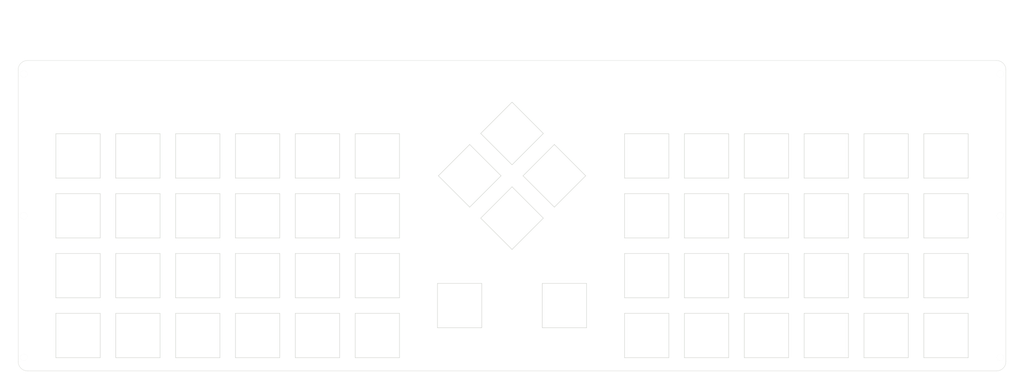
<source format=kicad_pcb>
(kicad_pcb (version 20211014) (generator pcbnew)
  (layers (0 "F.Cu" signal) (31 "B.Cu" signal) (34 "B.Paste" user) (35 "F.Paste" user) (36 "B.SilkS" user "B.Silkscreen") (37 "F.SilkS" user "F.Silkscreen") (38 "B.Mask" user) (39 "F.Mask" user) (44 "Edge.Cuts" user))
  (net 0 "")
  (footprint "kbd_Hole:m2_Screw_Hole_EdgeCuts" (layer "F.Cu") (at 16.075 21.55)
    (fp_text reference "J2" hide)
    (fp_text value "Conn_01x01" hide)
    (fp_circle (center 0 0) (end 1.1 0) (layer "Edge.Cuts") (width 0.01) (fill none))
  )
  (footprint "kbd_Hole:m2_Screw_Hole_EdgeCuts" (layer "F.Cu") (at 16.075 66.65)
    (fp_text reference "J3" hide)
    (fp_text value "Conn_01x01" hide)
    (fp_circle (center 0 0) (end 1.1 0) (layer "Edge.Cuts") (width 0.01) (fill none))
  )
  (footprint "kbd_Hole:m2_Screw_Hole_EdgeCuts" (layer "F.Cu") (at 16.075 111.75)
    (fp_text reference "J4" hide)
    (fp_text value "Conn_01x01" hide)
    (fp_circle (center 0 0) (end 1.1 0) (layer "Edge.Cuts") (width 0.01) (fill none))
  )
  (footprint "kbd_Hole:m2_Screw_Hole_EdgeCuts" (layer "F.Cu") (at 326.825 21.55)
    (fp_text reference "J5" hide)
    (fp_text value "Conn_01x01" hide)
    (fp_circle (center 0 0) (end 1.1 0) (layer "Edge.Cuts") (width 0.01) (fill none))
  )
  (footprint "kbd_Hole:m2_Screw_Hole_EdgeCuts" (layer "F.Cu") (at 326.825 66.65)
    (fp_text reference "J6" hide)
    (fp_text value "Conn_01x01" hide)
    (fp_circle (center 0 0) (end 1.1 0) (layer "Edge.Cuts") (width 0.01) (fill none))
  )
  (footprint "kbd_Hole:m2_Screw_Hole_EdgeCuts" (layer "F.Cu") (at 326.825 111.75)
    (fp_text reference "J7" hide)
    (fp_text value "Conn_01x01" hide)
    (fp_circle (center 0 0) (end 1.1 0) (layer "Edge.Cuts") (width 0.01) (fill none))
  )
  (footprint "kbd_Hole:m2_Screw_Hole_Fab" (layer "F.Cu") (at 11.075 13.05)
    (fp_text reference "J8" hide)
    (fp_text value "Conn_01x01" hide)
  )
  (footprint "kbd_Hole:m2_Screw_Hole_Fab" (layer "F.Cu") (at 11.075 66.65)
    (fp_text reference "J9" hide)
    (fp_text value "Conn_01x01" hide)
  )
  (footprint "kbd_Hole:m2_Screw_Hole_Fab" (layer "F.Cu") (at 11.075 120.25)
    (fp_text reference "J10" hide)
    (fp_text value "Conn_01x01" hide)
  )
  (footprint "kbd_Hole:m2_Screw_Hole_Fab" (layer "F.Cu") (at 108.575 13.05)
    (fp_text reference "J11" hide)
    (fp_text value "Conn_01x01" hide)
  )
  (footprint "kbd_Hole:m2_Screw_Hole_Fab" (layer "F.Cu") (at 234.325 13.05)
    (fp_text reference "J12" hide)
    (fp_text value "Conn_01x01" hide)
  )
  (footprint "kbd_Hole:m2_Screw_Hole_Fab" (layer "F.Cu") (at 108.575 120.25)
    (fp_text reference "J13" hide)
    (fp_text value "Conn_01x01" hide)
  )
  (footprint "kbd_Hole:m2_Screw_Hole_Fab" (layer "F.Cu") (at 234.325 120.25)
    (fp_text reference "J14" hide)
    (fp_text value "Conn_01x01" hide)
  )
  (footprint "kbd_Hole:m2_Screw_Hole_Fab" (layer "F.Cu") (at 331.825 13.05)
    (fp_text reference "J15" hide)
    (fp_text value "Conn_01x01" hide)
  )
  (footprint "kbd_Hole:m2_Screw_Hole_Fab" (layer "F.Cu") (at 331.825 66.65)
    (fp_text reference "J16" hide)
    (fp_text value "Conn_01x01" hide)
  )
  (footprint "kbd_Hole:m2_Screw_Hole_Fab" (layer "F.Cu") (at 331.825 120.25)
    (fp_text reference "J17" hide)
    (fp_text value "Conn_01x01" hide)
  )
  (footprint "kbd_SW_Hole:SW_Hole_1u" (layer "F.Cu") (at 252.4125 47.625)
    (fp_text reference "SW36" hide)
    (fp_text value "SW_PUSH" hide)
    (fp_line (start 7.05 -7.05) (end 7.05 7.05) (layer "Edge.Cuts") (width 0.15))
    (fp_line (start -7.05 7.05) (end -7.05 -7.05) (layer "Edge.Cuts") (width 0.15))
    (fp_line (start 7.05 7.05) (end -7.05 7.05) (layer "Edge.Cuts") (width 0.15))
    (fp_line (start -7.05 -7.05) (end 7.05 -7.05) (layer "Edge.Cuts") (width 0.15))
  )
  (footprint "kbd_SW_Hole:SW_Hole_1u" (layer "F.Cu") (at 184.920385 53.951635 45)
    (fp_text reference "SW52" hide)
    (fp_text value "SW_PUSH" hide)
    (fp_line (start -7.05 7.05) (end -7.05 -7.05) (layer "Edge.Cuts") (width 0.15))
    (fp_line (start -7.05 -7.05) (end 7.05 -7.05) (layer "Edge.Cuts") (width 0.15))
    (fp_line (start 7.05 -7.05) (end 7.05 7.05) (layer "Edge.Cuts") (width 0.15))
    (fp_line (start 7.05 7.05) (end -7.05 7.05) (layer "Edge.Cuts") (width 0.15))
  )
  (footprint "kbd_SW_Hole:SW_Hole_1u" (layer "F.Cu") (at 52.3875 47.625)
    (fp_text reference "SW5" hide)
    (fp_text value "SW_PUSH" hide)
    (fp_line (start 7.05 7.05) (end -7.05 7.05) (layer "Edge.Cuts") (width 0.15))
    (fp_line (start -7.05 7.05) (end -7.05 -7.05) (layer "Edge.Cuts") (width 0.15))
    (fp_line (start -7.05 -7.05) (end 7.05 -7.05) (layer "Edge.Cuts") (width 0.15))
    (fp_line (start 7.05 -7.05) (end 7.05 7.05) (layer "Edge.Cuts") (width 0.15))
  )
  (footprint "kbd_SW_Hole:SW_Hole_1u" (layer "F.Cu") (at 290.5125 47.625)
    (fp_text reference "SW44" hide)
    (fp_text value "SW_PUSH" hide)
    (fp_line (start 7.05 7.05) (end -7.05 7.05) (layer "Edge.Cuts") (width 0.15))
    (fp_line (start 7.05 -7.05) (end 7.05 7.05) (layer "Edge.Cuts") (width 0.15))
    (fp_line (start -7.05 -7.05) (end 7.05 -7.05) (layer "Edge.Cuts") (width 0.15))
    (fp_line (start -7.05 7.05) (end -7.05 -7.05) (layer "Edge.Cuts") (width 0.15))
  )
  (footprint "kbd_SW_Hole:SW_Hole_1u" (layer "F.Cu") (at 214.3125 85.725)
    (fp_text reference "SW30" hide)
    (fp_text value "SW_PUSH" hide)
    (fp_line (start -7.05 -7.05) (end 7.05 -7.05) (layer "Edge.Cuts") (width 0.15))
    (fp_line (start 7.05 7.05) (end -7.05 7.05) (layer "Edge.Cuts") (width 0.15))
    (fp_line (start 7.05 -7.05) (end 7.05 7.05) (layer "Edge.Cuts") (width 0.15))
    (fp_line (start -7.05 7.05) (end -7.05 -7.05) (layer "Edge.Cuts") (width 0.15))
  )
  (footprint "kbd_SW_Hole:SW_Hole_1u" (layer "F.Cu") (at 109.5375 85.725)
    (fp_text reference "SW19" hide)
    (fp_text value "SW_PUSH" hide)
    (fp_line (start 7.05 7.05) (end -7.05 7.05) (layer "Edge.Cuts") (width 0.15))
    (fp_line (start 7.05 -7.05) (end 7.05 7.05) (layer "Edge.Cuts") (width 0.15))
    (fp_line (start -7.05 -7.05) (end 7.05 -7.05) (layer "Edge.Cuts") (width 0.15))
    (fp_line (start -7.05 7.05) (end -7.05 -7.05) (layer "Edge.Cuts") (width 0.15))
  )
  (footprint "kbd_SW_Hole:SW_Hole_1u" (layer "F.Cu") (at 33.3375 85.725)
    (fp_text reference "SW3" hide)
    (fp_text value "SW_PUSH" hide)
    (fp_line (start -7.05 -7.05) (end 7.05 -7.05) (layer "Edge.Cuts") (width 0.15))
    (fp_line (start -7.05 7.05) (end -7.05 -7.05) (layer "Edge.Cuts") (width 0.15))
    (fp_line (start 7.05 -7.05) (end 7.05 7.05) (layer "Edge.Cuts") (width 0.15))
    (fp_line (start 7.05 7.05) (end -7.05 7.05) (layer "Edge.Cuts") (width 0.15))
  )
  (footprint "kbd_SW_Hole:SW_Hole_1u" (layer "F.Cu") (at 271.4625 85.725)
    (fp_text reference "SW42" hide)
    (fp_text value "SW_PUSH" hide)
    (fp_line (start 7.05 7.05) (end -7.05 7.05) (layer "Edge.Cuts") (width 0.15))
    (fp_line (start -7.05 7.05) (end -7.05 -7.05) (layer "Edge.Cuts") (width 0.15))
    (fp_line (start 7.05 -7.05) (end 7.05 7.05) (layer "Edge.Cuts") (width 0.15))
    (fp_line (start -7.05 -7.05) (end 7.05 -7.05) (layer "Edge.Cuts") (width 0.15))
  )
  (footprint "kbd_SW_Hole:SW_Hole_1u" (layer "F.Cu") (at 252.4125 85.725)
    (fp_text reference "SW38" hide)
    (fp_text value "SW_PUSH" hide)
    (fp_line (start -7.05 -7.05) (end 7.05 -7.05) (layer "Edge.Cuts") (width 0.15))
    (fp_line (start 7.05 -7.05) (end 7.05 7.05) (layer "Edge.Cuts") (width 0.15))
    (fp_line (start 7.05 7.05) (end -7.05 7.05) (layer "Edge.Cuts") (width 0.15))
    (fp_line (start -7.05 7.05) (end -7.05 -7.05) (layer "Edge.Cuts") (width 0.15))
  )
  (footprint "kbd_SW_Hole:SW_Hole_1u" (layer "F.Cu") (at 71.4375 66.675)
    (fp_text reference "SW10" hide)
    (fp_text value "SW_PUSH" hide)
    (fp_line (start -7.05 7.05) (end -7.05 -7.05) (layer "Edge.Cuts") (width 0.15))
    (fp_line (start -7.05 -7.05) (end 7.05 -7.05) (layer "Edge.Cuts") (width 0.15))
    (fp_line (start 7.05 -7.05) (end 7.05 7.05) (layer "Edge.Cuts") (width 0.15))
    (fp_line (start 7.05 7.05) (end -7.05 7.05) (layer "Edge.Cuts") (width 0.15))
  )
  (footprint "kbd_SW_Hole:SW_Hole_1u" (layer "F.Cu") (at 252.4125 104.775)
    (fp_text reference "SW39" hide)
    (fp_text value "SW_PUSH" hide)
    (fp_line (start -7.05 -7.05) (end 7.05 -7.05) (layer "Edge.Cuts") (width 0.15))
    (fp_line (start 7.05 7.05) (end -7.05 7.05) (layer "Edge.Cuts") (width 0.15))
    (fp_line (start 7.05 -7.05) (end 7.05 7.05) (layer "Edge.Cuts") (width 0.15))
    (fp_line (start -7.05 7.05) (end -7.05 -7.05) (layer "Edge.Cuts") (width 0.15))
  )
  (footprint "kbd_SW_Hole:SW_Hole_1u" (layer "F.Cu") (at 128.5875 66.675)
    (fp_text reference "SW22" hide)
    (fp_text value "SW_PUSH" hide)
    (fp_line (start 7.05 7.05) (end -7.05 7.05) (layer "Edge.Cuts") (width 0.15))
    (fp_line (start -7.05 -7.05) (end 7.05 -7.05) (layer "Edge.Cuts") (width 0.15))
    (fp_line (start 7.05 -7.05) (end 7.05 7.05) (layer "Edge.Cuts") (width 0.15))
    (fp_line (start -7.05 7.05) (end -7.05 -7.05) (layer "Edge.Cuts") (width 0.15))
  )
  (footprint "kbd_SW_Hole:SW_Hole_1u" (layer "F.Cu") (at 90.4875 104.775)
    (fp_text reference "SW16" hide)
    (fp_text value "SW_PUSH" hide)
    (fp_line (start -7.05 7.05) (end -7.05 -7.05) (layer "Edge.Cuts") (width 0.15))
    (fp_line (start 7.05 7.05) (end -7.05 7.05) (layer "Edge.Cuts") (width 0.15))
    (fp_line (start 7.05 -7.05) (end 7.05 7.05) (layer "Edge.Cuts") (width 0.15))
    (fp_line (start -7.05 -7.05) (end 7.05 -7.05) (layer "Edge.Cuts") (width 0.15))
  )
  (footprint "kbd_SW_Hole:SW_Hole_1u" (layer "F.Cu") (at 290.5125 85.725)
    (fp_text reference "SW46" hide)
    (fp_text value "SW_PUSH" hide)
    (fp_line (start -7.05 -7.05) (end 7.05 -7.05) (layer "Edge.Cuts") (width 0.15))
    (fp_line (start 7.05 -7.05) (end 7.05 7.05) (layer "Edge.Cuts") (width 0.15))
    (fp_line (start -7.05 7.05) (end -7.05 -7.05) (layer "Edge.Cuts") (width 0.15))
    (fp_line (start 7.05 7.05) (end -7.05 7.05) (layer "Edge.Cuts") (width 0.15))
  )
  (footprint "kbd_SW_Hole:SW_Hole_1u" (layer "F.Cu") (at 71.4375 47.625)
    (fp_text reference "SW09" hide)
    (fp_text value "SW_PUSH" hide)
    (fp_line (start 7.05 -7.05) (end 7.05 7.05) (layer "Edge.Cuts") (width 0.15))
    (fp_line (start 7.05 7.05) (end -7.05 7.05) (layer "Edge.Cuts") (width 0.15))
    (fp_line (start -7.05 7.05) (end -7.05 -7.05) (layer "Edge.Cuts") (width 0.15))
    (fp_line (start -7.05 -7.05) (end 7.05 -7.05) (layer "Edge.Cuts") (width 0.15))
  )
  (footprint "kbd_SW_Hole:SW_Hole_1u" (layer "F.Cu") (at 233.3625 47.625)
    (fp_text reference "SW32" hide)
    (fp_text value "SW_PUSH" hide)
    (fp_line (start 7.05 -7.05) (end 7.05 7.05) (layer "Edge.Cuts") (width 0.15))
    (fp_line (start 7.05 7.05) (end -7.05 7.05) (layer "Edge.Cuts") (width 0.15))
    (fp_line (start -7.05 -7.05) (end 7.05 -7.05) (layer "Edge.Cuts") (width 0.15))
    (fp_line (start -7.05 7.05) (end -7.05 -7.05) (layer "Edge.Cuts") (width 0.15))
  )
  (footprint "kbd_SW_Hole:SW_Hole_1u" (layer "F.Cu") (at 309.5625 85.725)
    (fp_text reference "SW50" hide)
    (fp_text value "SW_PUSH" hide)
    (fp_line (start 7.05 7.05) (end -7.05 7.05) (layer "Edge.Cuts") (width 0.15))
    (fp_line (start -7.05 -7.05) (end 7.05 -7.05) (layer "Edge.Cuts") (width 0.15))
    (fp_line (start -7.05 7.05) (end -7.05 -7.05) (layer "Edge.Cuts") (width 0.15))
    (fp_line (start 7.05 -7.05) (end 7.05 7.05) (layer "Edge.Cuts") (width 0.15))
  )
  (footprint "kbd_SW_Hole:SW_Hole_1u" (layer "F.Cu") (at 309.5625 104.775)
    (fp_text reference "SW51" hide)
    (fp_text value "SW_PUSH" hide)
    (fp_line (start 7.05 -7.05) (end 7.05 7.05) (layer "Edge.Cuts") (width 0.15))
    (fp_line (start -7.05 -7.05) (end 7.05 -7.05) (layer "Edge.Cuts") (width 0.15))
    (fp_line (start 7.05 7.05) (end -7.05 7.05) (layer "Edge.Cuts") (width 0.15))
    (fp_line (start -7.05 7.05) (end -7.05 -7.05) (layer "Edge.Cuts") (width 0.15))
  )
  (footprint "kbd_SW_Hole:SW_Hole_1u" (layer "F.Cu") (at 233.3625 66.675)
    (fp_text reference "SW33" hide)
    (fp_text value "SW_PUSH" hide)
    (fp_line (start 7.05 -7.05) (end 7.05 7.05) (layer "Edge.Cuts") (width 0.15))
    (fp_line (start 7.05 7.05) (end -7.05 7.05) (layer "Edge.Cuts") (width 0.15))
    (fp_line (start -7.05 7.05) (end -7.05 -7.05) (layer "Edge.Cuts") (width 0.15))
    (fp_line (start -7.05 -7.05) (end 7.05 -7.05) (layer "Edge.Cuts") (width 0.15))
  )
  (footprint "kbd_SW_Hole:SW_Hole_1u" (layer "F.Cu") (at 233.3625 104.775)
    (fp_text reference "SW35" hide)
    (fp_text value "SW_PUSH" hide)
    (fp_line (start 7.05 -7.05) (end 7.05 7.05) (layer "Edge.Cuts") (width 0.15))
    (fp_line (start -7.05 7.05) (end -7.05 -7.05) (layer "Edge.Cuts") (width 0.15))
    (fp_line (start -7.05 -7.05) (end 7.05 -7.05) (layer "Edge.Cuts") (width 0.15))
    (fp_line (start 7.05 7.05) (end -7.05 7.05) (layer "Edge.Cuts") (width 0.15))
  )
  (footprint "kbd_SW_Hole:SW_Hole_1u" (layer "F.Cu") (at 33.3375 47.625)
    (fp_text reference "SW1" hide)
    (fp_text value "SW_PUSH" hide)
    (fp_line (start 7.05 -7.05) (end 7.05 7.05) (layer "Edge.Cuts") (width 0.15))
    (fp_line (start -7.05 -7.05) (end 7.05 -7.05) (layer "Edge.Cuts") (width 0.15))
    (fp_line (start -7.05 7.05) (end -7.05 -7.05) (layer "Edge.Cuts") (width 0.15))
    (fp_line (start 7.05 7.05) (end -7.05 7.05) (layer "Edge.Cuts") (width 0.15))
  )
  (footprint "kbd_SW_Hole:SW_Hole_1u" (layer "F.Cu") (at 154.78125 95.25)
    (fp_text reference "SW27" hide)
    (fp_text value "SW_PUSH" hide)
    (fp_line (start 7.05 -7.05) (end 7.05 7.05) (layer "Edge.Cuts") (width 0.15))
    (fp_line (start -7.05 -7.05) (end 7.05 -7.05) (layer "Edge.Cuts") (width 0.15))
    (fp_line (start 7.05 7.05) (end -7.05 7.05) (layer "Edge.Cuts") (width 0.15))
    (fp_line (start -7.05 7.05) (end -7.05 -7.05) (layer "Edge.Cuts") (width 0.15))
  )
  (footprint "kbd_SW_Hole:SW_Hole_1u" (layer "F.Cu") (at 188.11875 95.25)
    (fp_text reference "SW54" hide)
    (fp_text value "SW_PUSH" hide)
    (fp_line (start -7.05 -7.05) (end 7.05 -7.05) (layer "Edge.Cuts") (width 0.15))
    (fp_line (start 7.05 7.05) (end -7.05 7.05) (layer "Edge.Cuts") (width 0.15))
    (fp_line (start 7.05 -7.05) (end 7.05 7.05) (layer "Edge.Cuts") (width 0.15))
    (fp_line (start -7.05 7.05) (end -7.05 -7.05) (layer "Edge.Cuts") (width 0.15))
  )
  (footprint "kbd_SW_Hole:SW_Hole_1u" (layer "F.Cu") (at 52.3875 85.725)
    (fp_text reference "SW7" hide)
    (fp_text value "SW_PUSH" hide)
    (fp_line (start 7.05 -7.05) (end 7.05 7.05) (layer "Edge.Cuts") (width 0.15))
    (fp_line (start -7.05 -7.05) (end 7.05 -7.05) (layer "Edge.Cuts") (width 0.15))
    (fp_line (start 7.05 7.05) (end -7.05 7.05) (layer "Edge.Cuts") (width 0.15))
    (fp_line (start -7.05 7.05) (end -7.05 -7.05) (layer "Edge.Cuts") (width 0.15))
  )
  (footprint "kbd_SW_Hole:SW_Hole_1u" (layer "F.Cu") (at 271.4625 47.625)
    (fp_text reference "SW40" hide)
    (fp_text value "SW_PUSH" hide)
    (fp_line (start -7.05 -7.05) (end 7.05 -7.05) (layer "Edge.Cuts") (width 0.15))
    (fp_line (start -7.05 7.05) (end -7.05 -7.05) (layer "Edge.Cuts") (width 0.15))
    (fp_line (start 7.05 -7.05) (end 7.05 7.05) (layer "Edge.Cuts") (width 0.15))
    (fp_line (start 7.05 7.05) (end -7.05 7.05) (layer "Edge.Cuts") (width 0.15))
  )
  (footprint "kbd_SW_Hole:SW_Hole_1u" (layer "F.Cu") (at 309.5625 66.675)
    (fp_text reference "SW49" hide)
    (fp_text value "SW_PUSH" hide)
    (fp_line (start -7.05 7.05) (end -7.05 -7.05) (layer "Edge.Cuts") (width 0.15))
    (fp_line (start -7.05 -7.05) (end 7.05 -7.05) (layer "Edge.Cuts") (width 0.15))
    (fp_line (start 7.05 -7.05) (end 7.05 7.05) (layer "Edge.Cuts") (width 0.15))
    (fp_line (start 7.05 7.05) (end -7.05 7.05) (layer "Edge.Cuts") (width 0.15))
  )
  (footprint "kbd_SW_Hole:SW_Hole_1u" (layer "F.Cu") (at 171.45 40.48125 45)
    (fp_text reference "SW25" hide)
    (fp_text value "SW_PUSH" hide)
    (fp_line (start 7.05 -7.05) (end 7.05 7.05) (layer "Edge.Cuts") (width 0.15))
    (fp_line (start 7.05 7.05) (end -7.05 7.05) (layer "Edge.Cuts") (width 0.15))
    (fp_line (start -7.05 7.05) (end -7.05 -7.05) (layer "Edge.Cuts") (width 0.15))
    (fp_line (start -7.05 -7.05) (end 7.05 -7.05) (layer "Edge.Cuts") (width 0.15))
  )
  (footprint "kbd_SW_Hole:SW_Hole_1u" (layer "F.Cu") (at 128.5875 47.625)
    (fp_text reference "SW21" hide)
    (fp_text value "SW_PUSH" hide)
    (fp_line (start -7.05 -7.05) (end 7.05 -7.05) (layer "Edge.Cuts") (width 0.15))
    (fp_line (start 7.05 -7.05) (end 7.05 7.05) (layer "Edge.Cuts") (width 0.15))
    (fp_line (start 7.05 7.05) (end -7.05 7.05) (layer "Edge.Cuts") (width 0.15))
    (fp_line (start -7.05 7.05) (end -7.05 -7.05) (layer "Edge.Cuts") (width 0.15))
  )
  (footprint "kbd_SW_Hole:SW_Hole_1u" (layer "F.Cu") (at 109.5375 104.775)
    (fp_text reference "SW20" hide)
    (fp_text value "SW_PUSH" hide)
    (fp_line (start -7.05 7.05) (end -7.05 -7.05) (layer "Edge.Cuts") (width 0.15))
    (fp_line (start 7.05 7.05) (end -7.05 7.05) (layer "Edge.Cuts") (width 0.15))
    (fp_line (start -7.05 -7.05) (end 7.05 -7.05) (layer "Edge.Cuts") (width 0.15))
    (fp_line (start 7.05 -7.05) (end 7.05 7.05) (layer "Edge.Cuts") (width 0.15))
  )
  (footprint "kbd_SW_Hole:SW_Hole_1u" (layer "F.Cu") (at 52.3875 66.675)
    (fp_text reference "SW6" hide)
    (fp_text value "SW_PUSH" hide)
    (fp_line (start 7.05 -7.05) (end 7.05 7.05) (layer "Edge.Cuts") (width 0.15))
    (fp_line (start 7.05 7.05) (end -7.05 7.05) (layer "Edge.Cuts") (width 0.15))
    (fp_line (start -7.05 -7.05) (end 7.05 -7.05) (layer "Edge.Cuts") (width 0.15))
    (fp_line (start -7.05 7.05) (end -7.05 -7.05) (layer "Edge.Cuts") (width 0.15))
  )
  (footprint "kbd_SW_Hole:SW_Hole_1u" (layer "F.Cu") (at 109.5375 66.675)
    (fp_text reference "SW18" hide)
    (fp_text value "SW_PUSH" hide)
    (fp_line (start 7.05 7.05) (end -7.05 7.05) (layer "Edge.Cuts") (width 0.15))
    (fp_line (start 7.05 -7.05) (end 7.05 7.05) (layer "Edge.Cuts") (width 0.15))
    (fp_line (start -7.05 7.05) (end -7.05 -7.05) (layer "Edge.Cuts") (width 0.15))
    (fp_line (start -7.05 -7.05) (end 7.05 -7.05) (layer "Edge.Cuts") (width 0.15))
  )
  (footprint "kbd_SW_Hole:SW_Hole_1u" (layer "F.Cu") (at 157.979616 53.951635 45)
    (fp_text reference "SW26" hide)
    (fp_text value "SW_PUSH" hide)
    (fp_line (start 7.05 7.05) (end -7.05 7.05) (layer "Edge.Cuts") (width 0.15))
    (fp_line (start -7.05 -7.05) (end 7.05 -7.05) (layer "Edge.Cuts") (width 0.15))
    (fp_line (start -7.05 7.05) (end -7.05 -7.05) (layer "Edge.Cuts") (width 0.15))
    (fp_line (start 7.05 -7.05) (end 7.05 7.05) (layer "Edge.Cuts") (width 0.15))
  )
  (footprint "kbd_SW_Hole:SW_Hole_1u" (layer "F.Cu") (at 214.3125 47.625)
    (fp_text reference "SW28" hide)
    (fp_text value "SW_PUSH" hide)
    (fp_line (start -7.05 7.05) (end -7.05 -7.05) (layer "Edge.Cuts") (width 0.15))
    (fp_line (start -7.05 -7.05) (end 7.05 -7.05) (layer "Edge.Cuts") (width 0.15))
    (fp_line (start 7.05 -7.05) (end 7.05 7.05) (layer "Edge.Cuts") (width 0.15))
    (fp_line (start 7.05 7.05) (end -7.05 7.05) (layer "Edge.Cuts") (width 0.15))
  )
  (footprint "kbd_SW_Hole:SW_Hole_1u" (layer "F.Cu") (at 71.4375 85.725)
    (fp_text reference "SW11" hide)
    (fp_text value "SW_PUSH" hide)
    (fp_line (start 7.05 7.05) (end -7.05 7.05) (layer "Edge.Cuts") (width 0.15))
    (fp_line (start 7.05 -7.05) (end 7.05 7.05) (layer "Edge.Cuts") (width 0.15))
    (fp_line (start -7.05 -7.05) (end 7.05 -7.05) (layer "Edge.Cuts") (width 0.15))
    (fp_line (start -7.05 7.05) (end -7.05 -7.05) (layer "Edge.Cuts") (width 0.15))
  )
  (footprint "kbd_SW_Hole:SW_Hole_1u" (layer "F.Cu") (at 252.4125 66.675)
    (fp_text reference "SW37" hide)
    (fp_text value "SW_PUSH" hide)
    (fp_line (start -7.05 7.05) (end -7.05 -7.05) (layer "Edge.Cuts") (width 0.15))
    (fp_line (start 7.05 7.05) (end -7.05 7.05) (layer "Edge.Cuts") (width 0.15))
    (fp_line (start 7.05 -7.05) (end 7.05 7.05) (layer "Edge.Cuts") (width 0.15))
    (fp_line (start -7.05 -7.05) (end 7.05 -7.05) (layer "Edge.Cuts") (width 0.15))
  )
  (footprint "kbd_SW_Hole:SW_Hole_1u" (layer "F.Cu") (at 271.4625 104.775)
    (fp_text reference "SW43" hide)
    (fp_text value "SW_PUSH" hide)
    (fp_line (start -7.05 7.05) (end -7.05 -7.05) (layer "Edge.Cuts") (width 0.15))
    (fp_line (start -7.05 -7.05) (end 7.05 -7.05) (layer "Edge.Cuts") (width 0.15))
    (fp_line (start 7.05 7.05) (end -7.05 7.05) (layer "Edge.Cuts") (width 0.15))
    (fp_line (start 7.05 -7.05) (end 7.05 7.05) (layer "Edge.Cuts") (width 0.15))
  )
  (footprint "kbd_SW_Hole:SW_Hole_1u" (layer "F.Cu") (at 290.5125 66.675)
    (fp_text reference "SW45" hide)
    (fp_text value "SW_PUSH" hide)
    (fp_line (start -7.05 -7.05) (end 7.05 -7.05) (layer "Edge.Cuts") (width 0.15))
    (fp_line (start 7.05 -7.05) (end 7.05 7.05) (layer "Edge.Cuts") (width 0.15))
    (fp_line (start -7.05 7.05) (end -7.05 -7.05) (layer "Edge.Cuts") (width 0.15))
    (fp_line (start 7.05 7.05) (end -7.05 7.05) (layer "Edge.Cuts") (width 0.15))
  )
  (footprint "kbd_SW_Hole:SW_Hole_1u" (layer "F.Cu") (at 290.5125 104.775)
    (fp_text reference "SW47" hide)
    (fp_text value "SW_PUSH" hide)
    (fp_line (start 7.05 -7.05) (end 7.05 7.05) (layer "Edge.Cuts") (width 0.15))
    (fp_line (start -7.05 7.05) (end -7.05 -7.05) (layer "Edge.Cuts") (width 0.15))
    (fp_line (start -7.05 -7.05) (end 7.05 -7.05) (layer "Edge.Cuts") (width 0.15))
    (fp_line (start 7.05 7.05) (end -7.05 7.05) (layer "Edge.Cuts") (width 0.15))
  )
  (footprint "kbd_SW_Hole:SW_Hole_1u" (layer "F.Cu") (at 71.4375 104.775)
    (fp_text reference "SW12" hide)
    (fp_text value "SW_PUSH" hide)
    (fp_line (start -7.05 -7.05) (end 7.05 -7.05) (layer "Edge.Cuts") (width 0.15))
    (fp_line (start 7.05 7.05) (end -7.05 7.05) (layer "Edge.Cuts") (width 0.15))
    (fp_line (start 7.05 -7.05) (end 7.05 7.05) (layer "Edge.Cuts") (width 0.15))
    (fp_line (start -7.05 7.05) (end -7.05 -7.05) (layer "Edge.Cuts") (width 0.15))
  )
  (footprint "kbd_SW_Hole:SW_Hole_1u" (layer "F.Cu") (at 214.3125 104.775)
    (fp_text reference "SW31" hide)
    (fp_text value "SW_PUSH" hide)
    (fp_line (start -7.05 -7.05) (end 7.05 -7.05) (layer "Edge.Cuts") (width 0.15))
    (fp_line (start -7.05 7.05) (end -7.05 -7.05) (layer "Edge.Cuts") (width 0.15))
    (fp_line (start 7.05 7.05) (end -7.05 7.05) (layer "Edge.Cuts") (width 0.15))
    (fp_line (start 7.05 -7.05) (end 7.05 7.05) (layer "Edge.Cuts") (width 0.15))
  )
  (footprint "kbd_SW_Hole:SW_Hole_1u" (layer "F.Cu") (at 309.5625 47.625)
    (fp_text reference "SW48" hide)
    (fp_text value "SW_PUSH" hide)
    (fp_line (start -7.05 7.05) (end -7.05 -7.05) (layer "Edge.Cuts") (width 0.15))
    (fp_line (start -7.05 -7.05) (end 7.05 -7.05) (layer "Edge.Cuts") (width 0.15))
    (fp_line (start 7.05 -7.05) (end 7.05 7.05) (layer "Edge.Cuts") (width 0.15))
    (fp_line (start 7.05 7.05) (end -7.05 7.05) (layer "Edge.Cuts") (width 0.15))
  )
  (footprint "kbd_SW_Hole:SW_Hole_1u" (layer "F.Cu") (at 90.4875 66.675)
    (fp_text reference "SW14" hide)
    (fp_text value "SW_PUSH" hide)
    (fp_line (start -7.05 -7.05) (end 7.05 -7.05) (layer "Edge.Cuts") (width 0.15))
    (fp_line (start 7.05 7.05) (end -7.05 7.05) (layer "Edge.Cuts") (width 0.15))
    (fp_line (start -7.05 7.05) (end -7.05 -7.05) (layer "Edge.Cuts") (width 0.15))
    (fp_line (start 7.05 -7.05) (end 7.05 7.05) (layer "Edge.Cuts") (width 0.15))
  )
  (footprint "kbd_SW_Hole:SW_Hole_1u" (layer "F.Cu") (at 214.3125 66.675)
    (fp_text reference "SW29" hide)
    (fp_text value "SW_PUSH" hide)
    (fp_line (start 7.05 -7.05) (end 7.05 7.05) (layer "Edge.Cuts") (width 0.15))
    (fp_line (start 7.05 7.05) (end -7.05 7.05) (layer "Edge.Cuts") (width 0.15))
    (fp_line (start -7.05 7.05) (end -7.05 -7.05) (layer "Edge.Cuts") (width 0.15))
    (fp_line (start -7.05 -7.05) (end 7.05 -7.05) (layer "Edge.Cuts") (width 0.15))
  )
  (footprint "kbd_SW_Hole:SW_Hole_1u" (layer "F.Cu") (at 109.5375 47.625)
    (fp_text reference "SW17" hide)
    (fp_text value "SW_PUSH" hide)
    (fp_line (start 7.05 -7.05) (end 7.05 7.05) (layer "Edge.Cuts") (width 0.15))
    (fp_line (start -7.05 -7.05) (end 7.05 -7.05) (layer "Edge.Cuts") (width 0.15))
    (fp_line (start -7.05 7.05) (end -7.05 -7.05) (layer "Edge.Cuts") (width 0.15))
    (fp_line (start 7.05 7.05) (end -7.05 7.05) (layer "Edge.Cuts") (width 0.15))
  )
  (footprint "kbd_SW_Hole:SW_Hole_1u" (layer "F.Cu") (at 90.4875 85.725)
    (fp_text reference "SW15" hide)
    (fp_text value "SW_PUSH" hide)
    (fp_line (start 7.05 7.05) (end -7.05 7.05) (layer "Edge.Cuts") (width 0.15))
    (fp_line (start -7.05 7.05) (end -7.05 -7.05) (layer "Edge.Cuts") (width 0.15))
    (fp_line (start 7.05 -7.05) (end 7.05 7.05) (layer "Edge.Cuts") (width 0.15))
    (fp_line (start -7.05 -7.05) (end 7.05 -7.05) (layer "Edge.Cuts") (width 0.15))
  )
  (footprint "kbd_SW_Hole:SW_Hole_1u" (layer "F.Cu") (at 128.5875 85.725)
    (fp_text reference "SW23" hide)
    (fp_text value "SW_PUSH" hide)
    (fp_line (start -7.05 7.05) (end -7.05 -7.05) (layer "Edge.Cuts") (width 0.15))
    (fp_line (start 7.05 7.05) (end -7.05 7.05) (layer "Edge.Cuts") (width 0.15))
    (fp_line (start -7.05 -7.05) (end 7.05 -7.05) (layer "Edge.Cuts") (width 0.15))
    (fp_line (start 7.05 -7.05) (end 7.05 7.05) (layer "Edge.Cuts") (width 0.15))
  )
  (footprint "kbd_SW_Hole:SW_Hole_1u" (layer "F.Cu") (at 33.3375 66.675)
    (fp_text reference "SW2" hide)
    (fp_text value "SW_PUSH" hide)
    (fp_line (start 7.05 -7.05) (end 7.05 7.05) (layer "Edge.Cuts") (width 0.15))
    (fp_line (start -7.05 7.05) (end -7.05 -7.05) (layer "Edge.Cuts") (width 0.15))
    (fp_line (start 7.05 7.05) (end -7.05 7.05) (layer "Edge.Cuts") (width 0.15))
    (fp_line (start -7.05 -7.05) (end 7.05 -7.05) (layer "Edge.Cuts") (width 0.15))
  )
  (footprint "kbd_SW_Hole:SW_Hole_1u" (layer "F.Cu") (at 128.5875 104.775)
    (fp_text reference "SW24" hide)
    (fp_text value "SW_PUSH" hide)
    (fp_line (start -7.05 7.05) (end -7.05 -7.05) (layer "Edge.Cuts") (width 0.15))
    (fp_line (start 7.05 7.05) (end -7.05 7.05) (layer "Edge.Cuts") (width 0.15))
    (fp_line (start 7.05 -7.05) (end 7.05 7.05) (layer "Edge.Cuts") (width 0.15))
    (fp_line (start -7.05 -7.05) (end 7.05 -7.05) (layer "Edge.Cuts") (width 0.15))
  )
  (footprint "kbd_SW_Hole:SW_Hole_1u" (layer "F.Cu") (at 33.3375 104.775)
    (fp_text reference "SW4" hide)
    (fp_text value "SW_PUSH" hide)
    (fp_line (start -7.05 7.05) (end -7.05 -7.05) (layer "Edge.Cuts") (width 0.15))
    (fp_line (start 7.05 -7.05) (end 7.05 7.05) (layer "Edge.Cuts") (width 0.15))
    (fp_line (start -7.05 -7.05) (end 7.05 -7.05) (layer "Edge.Cuts") (width 0.15))
    (fp_line (start 7.05 7.05) (end -7.05 7.05) (layer "Edge.Cuts") (width 0.15))
  )
  (footprint "kbd_SW_Hole:SW_Hole_1u" (layer "F.Cu") (at 90.4875 47.625)
    (fp_text reference "SW13" hide)
    (fp_text value "SW_PUSH" hide)
    (fp_line (start -7.05 7.05) (end -7.05 -7.05) (layer "Edge.Cuts") (width 0.15))
    (fp_line (start 7.05 -7.05) (end 7.05 7.05) (layer "Edge.Cuts") (width 0.15))
    (fp_line (start 7.05 7.05) (end -7.05 7.05) (layer "Edge.Cuts") (width 0.15))
    (fp_line (start -7.05 -7.05) (end 7.05 -7.05) (layer "Edge.Cuts") (width 0.15))
  )
  (footprint "kbd_SW_Hole:SW_Hole_1u" (layer "F.Cu") (at 52.3875 104.775)
    (fp_text reference "SW8" hide)
    (fp_text value "SW_PUSH" hide)
    (fp_line (start -7.05 7.05) (end -7.05 -7.05) (layer "Edge.Cuts") (width 0.15))
    (fp_line (start 7.05 7.05) (end -7.05 7.05) (layer "Edge.Cuts") (width 0.15))
    (fp_line (start -7.05 -7.05) (end 7.05 -7.05) (layer "Edge.Cuts") (width 0.15))
    (fp_line (start 7.05 -7.05) (end 7.05 7.05) (layer "Edge.Cuts") (width 0.15))
  )
  (footprint "kbd_SW_Hole:SW_Hole_1u" (layer "F.Cu") (at 171.45 67.422019 45)
    (fp_text reference "SW53" hide)
    (fp_text value "SW_PUSH" hide)
    (fp_line (start 7.05 -7.05) (end 7.05 7.05) (layer "Edge.Cuts") (width 0.15))
    (fp_line (start 7.05 7.05) (end -7.05 7.05) (layer "Edge.Cuts") (width 0.15))
    (fp_line (start -7.05 7.05) (end -7.05 -7.05) (layer "Edge.Cuts") (width 0.15))
    (fp_line (start -7.05 -7.05) (end 7.05 -7.05) (layer "Edge.Cuts") (width 0.15))
  )
  (footprint "kbd_SW_Hole:SW_Hole_1u" (layer "F.Cu") (at 233.3625 85.725)
    (fp_text reference "SW34" hide)
    (fp_text value "SW_PUSH" hide)
    (fp_line (start 7.05 7.05) (end -7.05 7.05) (layer "Edge.Cuts") (width 0.15))
    (fp_line (start -7.05 7.05) (end -7.05 -7.05) (layer "Edge.Cuts") (width 0.15))
    (fp_line (start 7.05 -7.05) (end 7.05 7.05) (layer "Edge.Cuts") (width 0.15))
    (fp_line (start -7.05 -7.05) (end 7.05 -7.05) (layer "Edge.Cuts") (width 0.15))
  )
  (footprint "kbd_SW_Hole:SW_Hole_1u" (layer "F.Cu") (at 271.4625 66.675)
    (fp_text reference "SW41" hide)
    (fp_text value "SW_PUSH" hide)
    (fp_line (start 7.05 -7.05) (end 7.05 7.05) (layer "Edge.Cuts") (width 0.15))
    (fp_line (start -7.05 7.05) (end -7.05 -7.05) (layer "Edge.Cuts") (width 0.15))
    (fp_line (start -7.05 -7.05) (end 7.05 -7.05) (layer "Edge.Cuts") (width 0.15))
    (fp_line (start 7.05 7.05) (end -7.05 7.05) (layer "Edge.Cuts") (width 0.15))
  )
  (gr_arc (start 325.625 17.25) (mid 327.74632 18.12868) (end 328.625 20.25) (layer "Edge.Cuts") (width 0.1))
  (gr_arc (start 14.275 20.25) (mid 15.15368 18.12868) (end 17.275 17.25) (layer "Edge.Cuts") (width 0.1))
  (gr_arc (start 17.275 116.05) (mid 15.15368 115.17132) (end 14.275 113.05) (layer "Edge.Cuts") (width 0.1))
  (gr_line (start 325.625 17.25) (end 17.275 17.25) (layer "Edge.Cuts") (width 0.1))
  (gr_line (start 328.625 113.05) (end 328.625 20.25) (layer "Edge.Cuts") (width 0.1))
  (gr_arc (start 328.625 113.05) (mid 327.74632 115.17132) (end 325.625 116.05) (layer "Edge.Cuts") (width 0.1))
  (gr_line (start 14.275 20.25) (end 14.275 113.05) (layer "Edge.Cuts") (width 0.1))
  (gr_line (start 17.275 116.05) (end 325.625 116.05) (layer "Edge.Cuts") (width 0.1))
)
</source>
